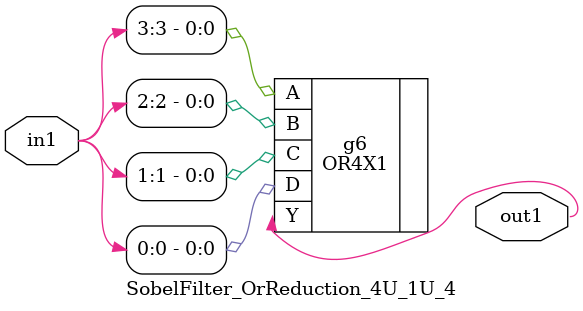
<source format=v>
`timescale 1ps / 1ps


module SobelFilter_OrReduction_4U_1U_4(in1, out1);
  input [3:0] in1;
  output out1;
  wire [3:0] in1;
  wire out1;
  OR4X1 g6(.A (in1[3]), .B (in1[2]), .C (in1[1]), .D (in1[0]), .Y
       (out1));
endmodule



</source>
